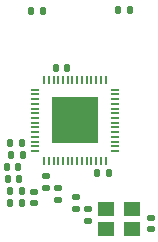
<source format=gbr>
%TF.GenerationSoftware,KiCad,Pcbnew,7.0.9*%
%TF.CreationDate,2024-03-18T09:44:21-07:00*%
%TF.ProjectId,ESP32S3_Board,45535033-3253-4335-9f42-6f6172642e6b,rev?*%
%TF.SameCoordinates,Original*%
%TF.FileFunction,Paste,Bot*%
%TF.FilePolarity,Positive*%
%FSLAX46Y46*%
G04 Gerber Fmt 4.6, Leading zero omitted, Abs format (unit mm)*
G04 Created by KiCad (PCBNEW 7.0.9) date 2024-03-18 09:44:21*
%MOMM*%
%LPD*%
G01*
G04 APERTURE LIST*
G04 Aperture macros list*
%AMRoundRect*
0 Rectangle with rounded corners*
0 $1 Rounding radius*
0 $2 $3 $4 $5 $6 $7 $8 $9 X,Y pos of 4 corners*
0 Add a 4 corners polygon primitive as box body*
4,1,4,$2,$3,$4,$5,$6,$7,$8,$9,$2,$3,0*
0 Add four circle primitives for the rounded corners*
1,1,$1+$1,$2,$3*
1,1,$1+$1,$4,$5*
1,1,$1+$1,$6,$7*
1,1,$1+$1,$8,$9*
0 Add four rect primitives between the rounded corners*
20,1,$1+$1,$2,$3,$4,$5,0*
20,1,$1+$1,$4,$5,$6,$7,0*
20,1,$1+$1,$6,$7,$8,$9,0*
20,1,$1+$1,$8,$9,$2,$3,0*%
G04 Aperture macros list end*
%ADD10RoundRect,0.147500X-0.147500X-0.172500X0.147500X-0.172500X0.147500X0.172500X-0.147500X0.172500X0*%
%ADD11RoundRect,0.140000X0.170000X-0.140000X0.170000X0.140000X-0.170000X0.140000X-0.170000X-0.140000X0*%
%ADD12RoundRect,0.140000X-0.170000X0.140000X-0.170000X-0.140000X0.170000X-0.140000X0.170000X0.140000X0*%
%ADD13RoundRect,0.147500X0.172500X-0.147500X0.172500X0.147500X-0.172500X0.147500X-0.172500X-0.147500X0*%
%ADD14R,1.400000X1.200000*%
%ADD15RoundRect,0.135000X-0.185000X0.135000X-0.185000X-0.135000X0.185000X-0.135000X0.185000X0.135000X0*%
%ADD16RoundRect,0.140000X-0.140000X-0.170000X0.140000X-0.170000X0.140000X0.170000X-0.140000X0.170000X0*%
%ADD17RoundRect,0.135000X0.135000X0.185000X-0.135000X0.185000X-0.135000X-0.185000X0.135000X-0.185000X0*%
%ADD18RoundRect,0.140000X0.140000X0.170000X-0.140000X0.170000X-0.140000X-0.170000X0.140000X-0.170000X0*%
%ADD19R,0.660000X0.200000*%
%ADD20R,0.200000X0.660000*%
%ADD21R,4.000000X4.000000*%
%ADD22RoundRect,0.135000X-0.135000X-0.185000X0.135000X-0.185000X0.135000X0.185000X-0.135000X0.185000X0*%
G04 APERTURE END LIST*
D10*
%TO.C,L1*%
X140043000Y-92202000D03*
X141013000Y-92202000D03*
%TD*%
D11*
%TO.C,C9*%
X151892000Y-98496000D03*
X151892000Y-97536000D03*
%TD*%
D12*
%TO.C,C2*%
X143002000Y-94008000D03*
X143002000Y-94968000D03*
%TD*%
D13*
%TO.C,L2*%
X141986000Y-96266000D03*
X141986000Y-95296000D03*
%TD*%
D14*
%TO.C,Y1*%
X148082000Y-96774000D03*
X150282000Y-96774000D03*
X150282000Y-98474000D03*
X148082000Y-98474000D03*
%TD*%
D15*
%TO.C,R1*%
X145542000Y-95756000D03*
X145542000Y-96776000D03*
%TD*%
D16*
%TO.C,C6*%
X139756000Y-94234000D03*
X140716000Y-94234000D03*
%TD*%
D17*
%TO.C,R3*%
X150116000Y-79883000D03*
X149096000Y-79883000D03*
%TD*%
D18*
%TO.C,C15*%
X140942000Y-96266000D03*
X139982000Y-96266000D03*
%TD*%
%TO.C,C14*%
X140942000Y-95250000D03*
X139982000Y-95250000D03*
%TD*%
D16*
%TO.C,C8*%
X147348000Y-93726000D03*
X148308000Y-93726000D03*
%TD*%
D11*
%TO.C,C10*%
X146558000Y-97762000D03*
X146558000Y-96802000D03*
%TD*%
D12*
%TO.C,C3*%
X144018000Y-95024000D03*
X144018000Y-95984000D03*
%TD*%
D19*
%TO.C,U1*%
X142024000Y-91862000D03*
X142024000Y-91462000D03*
X142024000Y-91062000D03*
X142024000Y-90662000D03*
X142024000Y-90262000D03*
X142024000Y-89862000D03*
X142024000Y-89462000D03*
X142024000Y-89062000D03*
X142024000Y-88662000D03*
X142024000Y-88262000D03*
X142024000Y-87862000D03*
X142024000Y-87462000D03*
X142024000Y-87062000D03*
X142024000Y-86662000D03*
D20*
X142834000Y-85852000D03*
X143234000Y-85852000D03*
X143634000Y-85852000D03*
X144034000Y-85852000D03*
X144434000Y-85852000D03*
X144834000Y-85852000D03*
X145234000Y-85852000D03*
X145634000Y-85852000D03*
X146034000Y-85852000D03*
X146434000Y-85852000D03*
X146834000Y-85852000D03*
X147234000Y-85852000D03*
X147634000Y-85852000D03*
X148034000Y-85852000D03*
D19*
X148844000Y-86662000D03*
X148844000Y-87062000D03*
X148844000Y-87462000D03*
X148844000Y-87862000D03*
X148844000Y-88262000D03*
X148844000Y-88662000D03*
X148844000Y-89062000D03*
X148844000Y-89462000D03*
X148844000Y-89862000D03*
X148844000Y-90262000D03*
X148844000Y-90662000D03*
X148844000Y-91062000D03*
X148844000Y-91462000D03*
X148844000Y-91862000D03*
D20*
X148034000Y-92672000D03*
X147634000Y-92672000D03*
X147234000Y-92672000D03*
X146834000Y-92672000D03*
X146434000Y-92672000D03*
X146034000Y-92672000D03*
X145634000Y-92672000D03*
X145234000Y-92672000D03*
X144834000Y-92672000D03*
X144434000Y-92672000D03*
X144034000Y-92672000D03*
X143634000Y-92672000D03*
X143234000Y-92672000D03*
X142834000Y-92672000D03*
D21*
X145434000Y-89262000D03*
%TD*%
D16*
%TO.C,C5*%
X139700000Y-93218000D03*
X140660000Y-93218000D03*
%TD*%
D22*
%TO.C,R4*%
X141730000Y-80010000D03*
X142750000Y-80010000D03*
%TD*%
D18*
%TO.C,C1*%
X144780000Y-84836000D03*
X143820000Y-84836000D03*
%TD*%
%TO.C,C4*%
X140942000Y-91186000D03*
X139982000Y-91186000D03*
%TD*%
M02*

</source>
